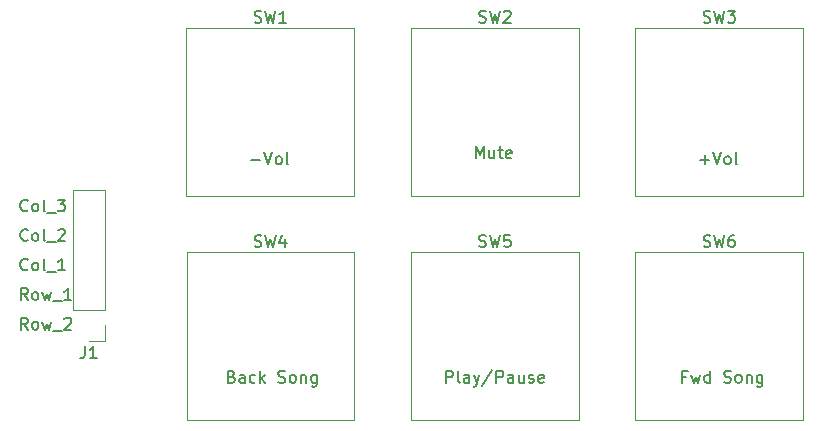
<source format=gbr>
%TF.GenerationSoftware,KiCad,Pcbnew,8.0.0*%
%TF.CreationDate,2024-03-12T01:41:40-04:00*%
%TF.ProjectId,mediaKeeb_V1,6d656469-614b-4656-9562-5f56312e6b69,rev?*%
%TF.SameCoordinates,Original*%
%TF.FileFunction,Legend,Top*%
%TF.FilePolarity,Positive*%
%FSLAX46Y46*%
G04 Gerber Fmt 4.6, Leading zero omitted, Abs format (unit mm)*
G04 Created by KiCad (PCBNEW 8.0.0) date 2024-03-12 01:41:40*
%MOMM*%
%LPD*%
G01*
G04 APERTURE LIST*
%ADD10C,0.150000*%
%ADD11C,0.120000*%
G04 APERTURE END LIST*
D10*
X134336779Y-85369819D02*
X134336779Y-84369819D01*
X134336779Y-84369819D02*
X134717731Y-84369819D01*
X134717731Y-84369819D02*
X134812969Y-84417438D01*
X134812969Y-84417438D02*
X134860588Y-84465057D01*
X134860588Y-84465057D02*
X134908207Y-84560295D01*
X134908207Y-84560295D02*
X134908207Y-84703152D01*
X134908207Y-84703152D02*
X134860588Y-84798390D01*
X134860588Y-84798390D02*
X134812969Y-84846009D01*
X134812969Y-84846009D02*
X134717731Y-84893628D01*
X134717731Y-84893628D02*
X134336779Y-84893628D01*
X135479636Y-85369819D02*
X135384398Y-85322200D01*
X135384398Y-85322200D02*
X135336779Y-85226961D01*
X135336779Y-85226961D02*
X135336779Y-84369819D01*
X136289160Y-85369819D02*
X136289160Y-84846009D01*
X136289160Y-84846009D02*
X136241541Y-84750771D01*
X136241541Y-84750771D02*
X136146303Y-84703152D01*
X136146303Y-84703152D02*
X135955827Y-84703152D01*
X135955827Y-84703152D02*
X135860589Y-84750771D01*
X136289160Y-85322200D02*
X136193922Y-85369819D01*
X136193922Y-85369819D02*
X135955827Y-85369819D01*
X135955827Y-85369819D02*
X135860589Y-85322200D01*
X135860589Y-85322200D02*
X135812970Y-85226961D01*
X135812970Y-85226961D02*
X135812970Y-85131723D01*
X135812970Y-85131723D02*
X135860589Y-85036485D01*
X135860589Y-85036485D02*
X135955827Y-84988866D01*
X135955827Y-84988866D02*
X136193922Y-84988866D01*
X136193922Y-84988866D02*
X136289160Y-84941247D01*
X136670113Y-84703152D02*
X136908208Y-85369819D01*
X137146303Y-84703152D02*
X136908208Y-85369819D01*
X136908208Y-85369819D02*
X136812970Y-85607914D01*
X136812970Y-85607914D02*
X136765351Y-85655533D01*
X136765351Y-85655533D02*
X136670113Y-85703152D01*
X138241541Y-84322200D02*
X137384399Y-85607914D01*
X138574875Y-85369819D02*
X138574875Y-84369819D01*
X138574875Y-84369819D02*
X138955827Y-84369819D01*
X138955827Y-84369819D02*
X139051065Y-84417438D01*
X139051065Y-84417438D02*
X139098684Y-84465057D01*
X139098684Y-84465057D02*
X139146303Y-84560295D01*
X139146303Y-84560295D02*
X139146303Y-84703152D01*
X139146303Y-84703152D02*
X139098684Y-84798390D01*
X139098684Y-84798390D02*
X139051065Y-84846009D01*
X139051065Y-84846009D02*
X138955827Y-84893628D01*
X138955827Y-84893628D02*
X138574875Y-84893628D01*
X140003446Y-85369819D02*
X140003446Y-84846009D01*
X140003446Y-84846009D02*
X139955827Y-84750771D01*
X139955827Y-84750771D02*
X139860589Y-84703152D01*
X139860589Y-84703152D02*
X139670113Y-84703152D01*
X139670113Y-84703152D02*
X139574875Y-84750771D01*
X140003446Y-85322200D02*
X139908208Y-85369819D01*
X139908208Y-85369819D02*
X139670113Y-85369819D01*
X139670113Y-85369819D02*
X139574875Y-85322200D01*
X139574875Y-85322200D02*
X139527256Y-85226961D01*
X139527256Y-85226961D02*
X139527256Y-85131723D01*
X139527256Y-85131723D02*
X139574875Y-85036485D01*
X139574875Y-85036485D02*
X139670113Y-84988866D01*
X139670113Y-84988866D02*
X139908208Y-84988866D01*
X139908208Y-84988866D02*
X140003446Y-84941247D01*
X140908208Y-84703152D02*
X140908208Y-85369819D01*
X140479637Y-84703152D02*
X140479637Y-85226961D01*
X140479637Y-85226961D02*
X140527256Y-85322200D01*
X140527256Y-85322200D02*
X140622494Y-85369819D01*
X140622494Y-85369819D02*
X140765351Y-85369819D01*
X140765351Y-85369819D02*
X140860589Y-85322200D01*
X140860589Y-85322200D02*
X140908208Y-85274580D01*
X141336780Y-85322200D02*
X141432018Y-85369819D01*
X141432018Y-85369819D02*
X141622494Y-85369819D01*
X141622494Y-85369819D02*
X141717732Y-85322200D01*
X141717732Y-85322200D02*
X141765351Y-85226961D01*
X141765351Y-85226961D02*
X141765351Y-85179342D01*
X141765351Y-85179342D02*
X141717732Y-85084104D01*
X141717732Y-85084104D02*
X141622494Y-85036485D01*
X141622494Y-85036485D02*
X141479637Y-85036485D01*
X141479637Y-85036485D02*
X141384399Y-84988866D01*
X141384399Y-84988866D02*
X141336780Y-84893628D01*
X141336780Y-84893628D02*
X141336780Y-84846009D01*
X141336780Y-84846009D02*
X141384399Y-84750771D01*
X141384399Y-84750771D02*
X141479637Y-84703152D01*
X141479637Y-84703152D02*
X141622494Y-84703152D01*
X141622494Y-84703152D02*
X141717732Y-84750771D01*
X142574875Y-85322200D02*
X142479637Y-85369819D01*
X142479637Y-85369819D02*
X142289161Y-85369819D01*
X142289161Y-85369819D02*
X142193923Y-85322200D01*
X142193923Y-85322200D02*
X142146304Y-85226961D01*
X142146304Y-85226961D02*
X142146304Y-84846009D01*
X142146304Y-84846009D02*
X142193923Y-84750771D01*
X142193923Y-84750771D02*
X142289161Y-84703152D01*
X142289161Y-84703152D02*
X142479637Y-84703152D01*
X142479637Y-84703152D02*
X142574875Y-84750771D01*
X142574875Y-84750771D02*
X142622494Y-84846009D01*
X142622494Y-84846009D02*
X142622494Y-84941247D01*
X142622494Y-84941247D02*
X142146304Y-85036485D01*
X154670112Y-84846009D02*
X154336779Y-84846009D01*
X154336779Y-85369819D02*
X154336779Y-84369819D01*
X154336779Y-84369819D02*
X154812969Y-84369819D01*
X155098684Y-84703152D02*
X155289160Y-85369819D01*
X155289160Y-85369819D02*
X155479636Y-84893628D01*
X155479636Y-84893628D02*
X155670112Y-85369819D01*
X155670112Y-85369819D02*
X155860588Y-84703152D01*
X156670112Y-85369819D02*
X156670112Y-84369819D01*
X156670112Y-85322200D02*
X156574874Y-85369819D01*
X156574874Y-85369819D02*
X156384398Y-85369819D01*
X156384398Y-85369819D02*
X156289160Y-85322200D01*
X156289160Y-85322200D02*
X156241541Y-85274580D01*
X156241541Y-85274580D02*
X156193922Y-85179342D01*
X156193922Y-85179342D02*
X156193922Y-84893628D01*
X156193922Y-84893628D02*
X156241541Y-84798390D01*
X156241541Y-84798390D02*
X156289160Y-84750771D01*
X156289160Y-84750771D02*
X156384398Y-84703152D01*
X156384398Y-84703152D02*
X156574874Y-84703152D01*
X156574874Y-84703152D02*
X156670112Y-84750771D01*
X157860589Y-85322200D02*
X158003446Y-85369819D01*
X158003446Y-85369819D02*
X158241541Y-85369819D01*
X158241541Y-85369819D02*
X158336779Y-85322200D01*
X158336779Y-85322200D02*
X158384398Y-85274580D01*
X158384398Y-85274580D02*
X158432017Y-85179342D01*
X158432017Y-85179342D02*
X158432017Y-85084104D01*
X158432017Y-85084104D02*
X158384398Y-84988866D01*
X158384398Y-84988866D02*
X158336779Y-84941247D01*
X158336779Y-84941247D02*
X158241541Y-84893628D01*
X158241541Y-84893628D02*
X158051065Y-84846009D01*
X158051065Y-84846009D02*
X157955827Y-84798390D01*
X157955827Y-84798390D02*
X157908208Y-84750771D01*
X157908208Y-84750771D02*
X157860589Y-84655533D01*
X157860589Y-84655533D02*
X157860589Y-84560295D01*
X157860589Y-84560295D02*
X157908208Y-84465057D01*
X157908208Y-84465057D02*
X157955827Y-84417438D01*
X157955827Y-84417438D02*
X158051065Y-84369819D01*
X158051065Y-84369819D02*
X158289160Y-84369819D01*
X158289160Y-84369819D02*
X158432017Y-84417438D01*
X159003446Y-85369819D02*
X158908208Y-85322200D01*
X158908208Y-85322200D02*
X158860589Y-85274580D01*
X158860589Y-85274580D02*
X158812970Y-85179342D01*
X158812970Y-85179342D02*
X158812970Y-84893628D01*
X158812970Y-84893628D02*
X158860589Y-84798390D01*
X158860589Y-84798390D02*
X158908208Y-84750771D01*
X158908208Y-84750771D02*
X159003446Y-84703152D01*
X159003446Y-84703152D02*
X159146303Y-84703152D01*
X159146303Y-84703152D02*
X159241541Y-84750771D01*
X159241541Y-84750771D02*
X159289160Y-84798390D01*
X159289160Y-84798390D02*
X159336779Y-84893628D01*
X159336779Y-84893628D02*
X159336779Y-85179342D01*
X159336779Y-85179342D02*
X159289160Y-85274580D01*
X159289160Y-85274580D02*
X159241541Y-85322200D01*
X159241541Y-85322200D02*
X159146303Y-85369819D01*
X159146303Y-85369819D02*
X159003446Y-85369819D01*
X159765351Y-84703152D02*
X159765351Y-85369819D01*
X159765351Y-84798390D02*
X159812970Y-84750771D01*
X159812970Y-84750771D02*
X159908208Y-84703152D01*
X159908208Y-84703152D02*
X160051065Y-84703152D01*
X160051065Y-84703152D02*
X160146303Y-84750771D01*
X160146303Y-84750771D02*
X160193922Y-84846009D01*
X160193922Y-84846009D02*
X160193922Y-85369819D01*
X161098684Y-84703152D02*
X161098684Y-85512676D01*
X161098684Y-85512676D02*
X161051065Y-85607914D01*
X161051065Y-85607914D02*
X161003446Y-85655533D01*
X161003446Y-85655533D02*
X160908208Y-85703152D01*
X160908208Y-85703152D02*
X160765351Y-85703152D01*
X160765351Y-85703152D02*
X160670113Y-85655533D01*
X161098684Y-85322200D02*
X161003446Y-85369819D01*
X161003446Y-85369819D02*
X160812970Y-85369819D01*
X160812970Y-85369819D02*
X160717732Y-85322200D01*
X160717732Y-85322200D02*
X160670113Y-85274580D01*
X160670113Y-85274580D02*
X160622494Y-85179342D01*
X160622494Y-85179342D02*
X160622494Y-84893628D01*
X160622494Y-84893628D02*
X160670113Y-84798390D01*
X160670113Y-84798390D02*
X160717732Y-84750771D01*
X160717732Y-84750771D02*
X160812970Y-84703152D01*
X160812970Y-84703152D02*
X161003446Y-84703152D01*
X161003446Y-84703152D02*
X161098684Y-84750771D01*
X116170112Y-84846009D02*
X116312969Y-84893628D01*
X116312969Y-84893628D02*
X116360588Y-84941247D01*
X116360588Y-84941247D02*
X116408207Y-85036485D01*
X116408207Y-85036485D02*
X116408207Y-85179342D01*
X116408207Y-85179342D02*
X116360588Y-85274580D01*
X116360588Y-85274580D02*
X116312969Y-85322200D01*
X116312969Y-85322200D02*
X116217731Y-85369819D01*
X116217731Y-85369819D02*
X115836779Y-85369819D01*
X115836779Y-85369819D02*
X115836779Y-84369819D01*
X115836779Y-84369819D02*
X116170112Y-84369819D01*
X116170112Y-84369819D02*
X116265350Y-84417438D01*
X116265350Y-84417438D02*
X116312969Y-84465057D01*
X116312969Y-84465057D02*
X116360588Y-84560295D01*
X116360588Y-84560295D02*
X116360588Y-84655533D01*
X116360588Y-84655533D02*
X116312969Y-84750771D01*
X116312969Y-84750771D02*
X116265350Y-84798390D01*
X116265350Y-84798390D02*
X116170112Y-84846009D01*
X116170112Y-84846009D02*
X115836779Y-84846009D01*
X117265350Y-85369819D02*
X117265350Y-84846009D01*
X117265350Y-84846009D02*
X117217731Y-84750771D01*
X117217731Y-84750771D02*
X117122493Y-84703152D01*
X117122493Y-84703152D02*
X116932017Y-84703152D01*
X116932017Y-84703152D02*
X116836779Y-84750771D01*
X117265350Y-85322200D02*
X117170112Y-85369819D01*
X117170112Y-85369819D02*
X116932017Y-85369819D01*
X116932017Y-85369819D02*
X116836779Y-85322200D01*
X116836779Y-85322200D02*
X116789160Y-85226961D01*
X116789160Y-85226961D02*
X116789160Y-85131723D01*
X116789160Y-85131723D02*
X116836779Y-85036485D01*
X116836779Y-85036485D02*
X116932017Y-84988866D01*
X116932017Y-84988866D02*
X117170112Y-84988866D01*
X117170112Y-84988866D02*
X117265350Y-84941247D01*
X118170112Y-85322200D02*
X118074874Y-85369819D01*
X118074874Y-85369819D02*
X117884398Y-85369819D01*
X117884398Y-85369819D02*
X117789160Y-85322200D01*
X117789160Y-85322200D02*
X117741541Y-85274580D01*
X117741541Y-85274580D02*
X117693922Y-85179342D01*
X117693922Y-85179342D02*
X117693922Y-84893628D01*
X117693922Y-84893628D02*
X117741541Y-84798390D01*
X117741541Y-84798390D02*
X117789160Y-84750771D01*
X117789160Y-84750771D02*
X117884398Y-84703152D01*
X117884398Y-84703152D02*
X118074874Y-84703152D01*
X118074874Y-84703152D02*
X118170112Y-84750771D01*
X118598684Y-85369819D02*
X118598684Y-84369819D01*
X118693922Y-84988866D02*
X118979636Y-85369819D01*
X118979636Y-84703152D02*
X118598684Y-85084104D01*
X120122494Y-85322200D02*
X120265351Y-85369819D01*
X120265351Y-85369819D02*
X120503446Y-85369819D01*
X120503446Y-85369819D02*
X120598684Y-85322200D01*
X120598684Y-85322200D02*
X120646303Y-85274580D01*
X120646303Y-85274580D02*
X120693922Y-85179342D01*
X120693922Y-85179342D02*
X120693922Y-85084104D01*
X120693922Y-85084104D02*
X120646303Y-84988866D01*
X120646303Y-84988866D02*
X120598684Y-84941247D01*
X120598684Y-84941247D02*
X120503446Y-84893628D01*
X120503446Y-84893628D02*
X120312970Y-84846009D01*
X120312970Y-84846009D02*
X120217732Y-84798390D01*
X120217732Y-84798390D02*
X120170113Y-84750771D01*
X120170113Y-84750771D02*
X120122494Y-84655533D01*
X120122494Y-84655533D02*
X120122494Y-84560295D01*
X120122494Y-84560295D02*
X120170113Y-84465057D01*
X120170113Y-84465057D02*
X120217732Y-84417438D01*
X120217732Y-84417438D02*
X120312970Y-84369819D01*
X120312970Y-84369819D02*
X120551065Y-84369819D01*
X120551065Y-84369819D02*
X120693922Y-84417438D01*
X121265351Y-85369819D02*
X121170113Y-85322200D01*
X121170113Y-85322200D02*
X121122494Y-85274580D01*
X121122494Y-85274580D02*
X121074875Y-85179342D01*
X121074875Y-85179342D02*
X121074875Y-84893628D01*
X121074875Y-84893628D02*
X121122494Y-84798390D01*
X121122494Y-84798390D02*
X121170113Y-84750771D01*
X121170113Y-84750771D02*
X121265351Y-84703152D01*
X121265351Y-84703152D02*
X121408208Y-84703152D01*
X121408208Y-84703152D02*
X121503446Y-84750771D01*
X121503446Y-84750771D02*
X121551065Y-84798390D01*
X121551065Y-84798390D02*
X121598684Y-84893628D01*
X121598684Y-84893628D02*
X121598684Y-85179342D01*
X121598684Y-85179342D02*
X121551065Y-85274580D01*
X121551065Y-85274580D02*
X121503446Y-85322200D01*
X121503446Y-85322200D02*
X121408208Y-85369819D01*
X121408208Y-85369819D02*
X121265351Y-85369819D01*
X122027256Y-84703152D02*
X122027256Y-85369819D01*
X122027256Y-84798390D02*
X122074875Y-84750771D01*
X122074875Y-84750771D02*
X122170113Y-84703152D01*
X122170113Y-84703152D02*
X122312970Y-84703152D01*
X122312970Y-84703152D02*
X122408208Y-84750771D01*
X122408208Y-84750771D02*
X122455827Y-84846009D01*
X122455827Y-84846009D02*
X122455827Y-85369819D01*
X123360589Y-84703152D02*
X123360589Y-85512676D01*
X123360589Y-85512676D02*
X123312970Y-85607914D01*
X123312970Y-85607914D02*
X123265351Y-85655533D01*
X123265351Y-85655533D02*
X123170113Y-85703152D01*
X123170113Y-85703152D02*
X123027256Y-85703152D01*
X123027256Y-85703152D02*
X122932018Y-85655533D01*
X123360589Y-85322200D02*
X123265351Y-85369819D01*
X123265351Y-85369819D02*
X123074875Y-85369819D01*
X123074875Y-85369819D02*
X122979637Y-85322200D01*
X122979637Y-85322200D02*
X122932018Y-85274580D01*
X122932018Y-85274580D02*
X122884399Y-85179342D01*
X122884399Y-85179342D02*
X122884399Y-84893628D01*
X122884399Y-84893628D02*
X122932018Y-84798390D01*
X122932018Y-84798390D02*
X122979637Y-84750771D01*
X122979637Y-84750771D02*
X123074875Y-84703152D01*
X123074875Y-84703152D02*
X123265351Y-84703152D01*
X123265351Y-84703152D02*
X123360589Y-84750771D01*
X136836779Y-66369819D02*
X136836779Y-65369819D01*
X136836779Y-65369819D02*
X137170112Y-66084104D01*
X137170112Y-66084104D02*
X137503445Y-65369819D01*
X137503445Y-65369819D02*
X137503445Y-66369819D01*
X138408207Y-65703152D02*
X138408207Y-66369819D01*
X137979636Y-65703152D02*
X137979636Y-66226961D01*
X137979636Y-66226961D02*
X138027255Y-66322200D01*
X138027255Y-66322200D02*
X138122493Y-66369819D01*
X138122493Y-66369819D02*
X138265350Y-66369819D01*
X138265350Y-66369819D02*
X138360588Y-66322200D01*
X138360588Y-66322200D02*
X138408207Y-66274580D01*
X138741541Y-65703152D02*
X139122493Y-65703152D01*
X138884398Y-65369819D02*
X138884398Y-66226961D01*
X138884398Y-66226961D02*
X138932017Y-66322200D01*
X138932017Y-66322200D02*
X139027255Y-66369819D01*
X139027255Y-66369819D02*
X139122493Y-66369819D01*
X139836779Y-66322200D02*
X139741541Y-66369819D01*
X139741541Y-66369819D02*
X139551065Y-66369819D01*
X139551065Y-66369819D02*
X139455827Y-66322200D01*
X139455827Y-66322200D02*
X139408208Y-66226961D01*
X139408208Y-66226961D02*
X139408208Y-65846009D01*
X139408208Y-65846009D02*
X139455827Y-65750771D01*
X139455827Y-65750771D02*
X139551065Y-65703152D01*
X139551065Y-65703152D02*
X139741541Y-65703152D01*
X139741541Y-65703152D02*
X139836779Y-65750771D01*
X139836779Y-65750771D02*
X139884398Y-65846009D01*
X139884398Y-65846009D02*
X139884398Y-65941247D01*
X139884398Y-65941247D02*
X139408208Y-66036485D01*
X155836779Y-66488866D02*
X156598684Y-66488866D01*
X156217731Y-66869819D02*
X156217731Y-66107914D01*
X156932017Y-65869819D02*
X157265350Y-66869819D01*
X157265350Y-66869819D02*
X157598683Y-65869819D01*
X158074874Y-66869819D02*
X157979636Y-66822200D01*
X157979636Y-66822200D02*
X157932017Y-66774580D01*
X157932017Y-66774580D02*
X157884398Y-66679342D01*
X157884398Y-66679342D02*
X157884398Y-66393628D01*
X157884398Y-66393628D02*
X157932017Y-66298390D01*
X157932017Y-66298390D02*
X157979636Y-66250771D01*
X157979636Y-66250771D02*
X158074874Y-66203152D01*
X158074874Y-66203152D02*
X158217731Y-66203152D01*
X158217731Y-66203152D02*
X158312969Y-66250771D01*
X158312969Y-66250771D02*
X158360588Y-66298390D01*
X158360588Y-66298390D02*
X158408207Y-66393628D01*
X158408207Y-66393628D02*
X158408207Y-66679342D01*
X158408207Y-66679342D02*
X158360588Y-66774580D01*
X158360588Y-66774580D02*
X158312969Y-66822200D01*
X158312969Y-66822200D02*
X158217731Y-66869819D01*
X158217731Y-66869819D02*
X158074874Y-66869819D01*
X158979636Y-66869819D02*
X158884398Y-66822200D01*
X158884398Y-66822200D02*
X158836779Y-66726961D01*
X158836779Y-66726961D02*
X158836779Y-65869819D01*
X117836779Y-66488866D02*
X118598684Y-66488866D01*
X118932017Y-65869819D02*
X119265350Y-66869819D01*
X119265350Y-66869819D02*
X119598683Y-65869819D01*
X120074874Y-66869819D02*
X119979636Y-66822200D01*
X119979636Y-66822200D02*
X119932017Y-66774580D01*
X119932017Y-66774580D02*
X119884398Y-66679342D01*
X119884398Y-66679342D02*
X119884398Y-66393628D01*
X119884398Y-66393628D02*
X119932017Y-66298390D01*
X119932017Y-66298390D02*
X119979636Y-66250771D01*
X119979636Y-66250771D02*
X120074874Y-66203152D01*
X120074874Y-66203152D02*
X120217731Y-66203152D01*
X120217731Y-66203152D02*
X120312969Y-66250771D01*
X120312969Y-66250771D02*
X120360588Y-66298390D01*
X120360588Y-66298390D02*
X120408207Y-66393628D01*
X120408207Y-66393628D02*
X120408207Y-66679342D01*
X120408207Y-66679342D02*
X120360588Y-66774580D01*
X120360588Y-66774580D02*
X120312969Y-66822200D01*
X120312969Y-66822200D02*
X120217731Y-66869819D01*
X120217731Y-66869819D02*
X120074874Y-66869819D01*
X120979636Y-66869819D02*
X120884398Y-66822200D01*
X120884398Y-66822200D02*
X120836779Y-66726961D01*
X120836779Y-66726961D02*
X120836779Y-65869819D01*
X98908207Y-80869819D02*
X98574874Y-80393628D01*
X98336779Y-80869819D02*
X98336779Y-79869819D01*
X98336779Y-79869819D02*
X98717731Y-79869819D01*
X98717731Y-79869819D02*
X98812969Y-79917438D01*
X98812969Y-79917438D02*
X98860588Y-79965057D01*
X98860588Y-79965057D02*
X98908207Y-80060295D01*
X98908207Y-80060295D02*
X98908207Y-80203152D01*
X98908207Y-80203152D02*
X98860588Y-80298390D01*
X98860588Y-80298390D02*
X98812969Y-80346009D01*
X98812969Y-80346009D02*
X98717731Y-80393628D01*
X98717731Y-80393628D02*
X98336779Y-80393628D01*
X99479636Y-80869819D02*
X99384398Y-80822200D01*
X99384398Y-80822200D02*
X99336779Y-80774580D01*
X99336779Y-80774580D02*
X99289160Y-80679342D01*
X99289160Y-80679342D02*
X99289160Y-80393628D01*
X99289160Y-80393628D02*
X99336779Y-80298390D01*
X99336779Y-80298390D02*
X99384398Y-80250771D01*
X99384398Y-80250771D02*
X99479636Y-80203152D01*
X99479636Y-80203152D02*
X99622493Y-80203152D01*
X99622493Y-80203152D02*
X99717731Y-80250771D01*
X99717731Y-80250771D02*
X99765350Y-80298390D01*
X99765350Y-80298390D02*
X99812969Y-80393628D01*
X99812969Y-80393628D02*
X99812969Y-80679342D01*
X99812969Y-80679342D02*
X99765350Y-80774580D01*
X99765350Y-80774580D02*
X99717731Y-80822200D01*
X99717731Y-80822200D02*
X99622493Y-80869819D01*
X99622493Y-80869819D02*
X99479636Y-80869819D01*
X100146303Y-80203152D02*
X100336779Y-80869819D01*
X100336779Y-80869819D02*
X100527255Y-80393628D01*
X100527255Y-80393628D02*
X100717731Y-80869819D01*
X100717731Y-80869819D02*
X100908207Y-80203152D01*
X101051065Y-80965057D02*
X101812969Y-80965057D01*
X102003446Y-79965057D02*
X102051065Y-79917438D01*
X102051065Y-79917438D02*
X102146303Y-79869819D01*
X102146303Y-79869819D02*
X102384398Y-79869819D01*
X102384398Y-79869819D02*
X102479636Y-79917438D01*
X102479636Y-79917438D02*
X102527255Y-79965057D01*
X102527255Y-79965057D02*
X102574874Y-80060295D01*
X102574874Y-80060295D02*
X102574874Y-80155533D01*
X102574874Y-80155533D02*
X102527255Y-80298390D01*
X102527255Y-80298390D02*
X101955827Y-80869819D01*
X101955827Y-80869819D02*
X102574874Y-80869819D01*
X98908207Y-78369819D02*
X98574874Y-77893628D01*
X98336779Y-78369819D02*
X98336779Y-77369819D01*
X98336779Y-77369819D02*
X98717731Y-77369819D01*
X98717731Y-77369819D02*
X98812969Y-77417438D01*
X98812969Y-77417438D02*
X98860588Y-77465057D01*
X98860588Y-77465057D02*
X98908207Y-77560295D01*
X98908207Y-77560295D02*
X98908207Y-77703152D01*
X98908207Y-77703152D02*
X98860588Y-77798390D01*
X98860588Y-77798390D02*
X98812969Y-77846009D01*
X98812969Y-77846009D02*
X98717731Y-77893628D01*
X98717731Y-77893628D02*
X98336779Y-77893628D01*
X99479636Y-78369819D02*
X99384398Y-78322200D01*
X99384398Y-78322200D02*
X99336779Y-78274580D01*
X99336779Y-78274580D02*
X99289160Y-78179342D01*
X99289160Y-78179342D02*
X99289160Y-77893628D01*
X99289160Y-77893628D02*
X99336779Y-77798390D01*
X99336779Y-77798390D02*
X99384398Y-77750771D01*
X99384398Y-77750771D02*
X99479636Y-77703152D01*
X99479636Y-77703152D02*
X99622493Y-77703152D01*
X99622493Y-77703152D02*
X99717731Y-77750771D01*
X99717731Y-77750771D02*
X99765350Y-77798390D01*
X99765350Y-77798390D02*
X99812969Y-77893628D01*
X99812969Y-77893628D02*
X99812969Y-78179342D01*
X99812969Y-78179342D02*
X99765350Y-78274580D01*
X99765350Y-78274580D02*
X99717731Y-78322200D01*
X99717731Y-78322200D02*
X99622493Y-78369819D01*
X99622493Y-78369819D02*
X99479636Y-78369819D01*
X100146303Y-77703152D02*
X100336779Y-78369819D01*
X100336779Y-78369819D02*
X100527255Y-77893628D01*
X100527255Y-77893628D02*
X100717731Y-78369819D01*
X100717731Y-78369819D02*
X100908207Y-77703152D01*
X101051065Y-78465057D02*
X101812969Y-78465057D01*
X102574874Y-78369819D02*
X102003446Y-78369819D01*
X102289160Y-78369819D02*
X102289160Y-77369819D01*
X102289160Y-77369819D02*
X102193922Y-77512676D01*
X102193922Y-77512676D02*
X102098684Y-77607914D01*
X102098684Y-77607914D02*
X102003446Y-77655533D01*
X98908207Y-75774580D02*
X98860588Y-75822200D01*
X98860588Y-75822200D02*
X98717731Y-75869819D01*
X98717731Y-75869819D02*
X98622493Y-75869819D01*
X98622493Y-75869819D02*
X98479636Y-75822200D01*
X98479636Y-75822200D02*
X98384398Y-75726961D01*
X98384398Y-75726961D02*
X98336779Y-75631723D01*
X98336779Y-75631723D02*
X98289160Y-75441247D01*
X98289160Y-75441247D02*
X98289160Y-75298390D01*
X98289160Y-75298390D02*
X98336779Y-75107914D01*
X98336779Y-75107914D02*
X98384398Y-75012676D01*
X98384398Y-75012676D02*
X98479636Y-74917438D01*
X98479636Y-74917438D02*
X98622493Y-74869819D01*
X98622493Y-74869819D02*
X98717731Y-74869819D01*
X98717731Y-74869819D02*
X98860588Y-74917438D01*
X98860588Y-74917438D02*
X98908207Y-74965057D01*
X99479636Y-75869819D02*
X99384398Y-75822200D01*
X99384398Y-75822200D02*
X99336779Y-75774580D01*
X99336779Y-75774580D02*
X99289160Y-75679342D01*
X99289160Y-75679342D02*
X99289160Y-75393628D01*
X99289160Y-75393628D02*
X99336779Y-75298390D01*
X99336779Y-75298390D02*
X99384398Y-75250771D01*
X99384398Y-75250771D02*
X99479636Y-75203152D01*
X99479636Y-75203152D02*
X99622493Y-75203152D01*
X99622493Y-75203152D02*
X99717731Y-75250771D01*
X99717731Y-75250771D02*
X99765350Y-75298390D01*
X99765350Y-75298390D02*
X99812969Y-75393628D01*
X99812969Y-75393628D02*
X99812969Y-75679342D01*
X99812969Y-75679342D02*
X99765350Y-75774580D01*
X99765350Y-75774580D02*
X99717731Y-75822200D01*
X99717731Y-75822200D02*
X99622493Y-75869819D01*
X99622493Y-75869819D02*
X99479636Y-75869819D01*
X100384398Y-75869819D02*
X100289160Y-75822200D01*
X100289160Y-75822200D02*
X100241541Y-75726961D01*
X100241541Y-75726961D02*
X100241541Y-74869819D01*
X100527256Y-75965057D02*
X101289160Y-75965057D01*
X102051065Y-75869819D02*
X101479637Y-75869819D01*
X101765351Y-75869819D02*
X101765351Y-74869819D01*
X101765351Y-74869819D02*
X101670113Y-75012676D01*
X101670113Y-75012676D02*
X101574875Y-75107914D01*
X101574875Y-75107914D02*
X101479637Y-75155533D01*
X98908207Y-73274580D02*
X98860588Y-73322200D01*
X98860588Y-73322200D02*
X98717731Y-73369819D01*
X98717731Y-73369819D02*
X98622493Y-73369819D01*
X98622493Y-73369819D02*
X98479636Y-73322200D01*
X98479636Y-73322200D02*
X98384398Y-73226961D01*
X98384398Y-73226961D02*
X98336779Y-73131723D01*
X98336779Y-73131723D02*
X98289160Y-72941247D01*
X98289160Y-72941247D02*
X98289160Y-72798390D01*
X98289160Y-72798390D02*
X98336779Y-72607914D01*
X98336779Y-72607914D02*
X98384398Y-72512676D01*
X98384398Y-72512676D02*
X98479636Y-72417438D01*
X98479636Y-72417438D02*
X98622493Y-72369819D01*
X98622493Y-72369819D02*
X98717731Y-72369819D01*
X98717731Y-72369819D02*
X98860588Y-72417438D01*
X98860588Y-72417438D02*
X98908207Y-72465057D01*
X99479636Y-73369819D02*
X99384398Y-73322200D01*
X99384398Y-73322200D02*
X99336779Y-73274580D01*
X99336779Y-73274580D02*
X99289160Y-73179342D01*
X99289160Y-73179342D02*
X99289160Y-72893628D01*
X99289160Y-72893628D02*
X99336779Y-72798390D01*
X99336779Y-72798390D02*
X99384398Y-72750771D01*
X99384398Y-72750771D02*
X99479636Y-72703152D01*
X99479636Y-72703152D02*
X99622493Y-72703152D01*
X99622493Y-72703152D02*
X99717731Y-72750771D01*
X99717731Y-72750771D02*
X99765350Y-72798390D01*
X99765350Y-72798390D02*
X99812969Y-72893628D01*
X99812969Y-72893628D02*
X99812969Y-73179342D01*
X99812969Y-73179342D02*
X99765350Y-73274580D01*
X99765350Y-73274580D02*
X99717731Y-73322200D01*
X99717731Y-73322200D02*
X99622493Y-73369819D01*
X99622493Y-73369819D02*
X99479636Y-73369819D01*
X100384398Y-73369819D02*
X100289160Y-73322200D01*
X100289160Y-73322200D02*
X100241541Y-73226961D01*
X100241541Y-73226961D02*
X100241541Y-72369819D01*
X100527256Y-73465057D02*
X101289160Y-73465057D01*
X101479637Y-72465057D02*
X101527256Y-72417438D01*
X101527256Y-72417438D02*
X101622494Y-72369819D01*
X101622494Y-72369819D02*
X101860589Y-72369819D01*
X101860589Y-72369819D02*
X101955827Y-72417438D01*
X101955827Y-72417438D02*
X102003446Y-72465057D01*
X102003446Y-72465057D02*
X102051065Y-72560295D01*
X102051065Y-72560295D02*
X102051065Y-72655533D01*
X102051065Y-72655533D02*
X102003446Y-72798390D01*
X102003446Y-72798390D02*
X101432018Y-73369819D01*
X101432018Y-73369819D02*
X102051065Y-73369819D01*
X98908207Y-70774580D02*
X98860588Y-70822200D01*
X98860588Y-70822200D02*
X98717731Y-70869819D01*
X98717731Y-70869819D02*
X98622493Y-70869819D01*
X98622493Y-70869819D02*
X98479636Y-70822200D01*
X98479636Y-70822200D02*
X98384398Y-70726961D01*
X98384398Y-70726961D02*
X98336779Y-70631723D01*
X98336779Y-70631723D02*
X98289160Y-70441247D01*
X98289160Y-70441247D02*
X98289160Y-70298390D01*
X98289160Y-70298390D02*
X98336779Y-70107914D01*
X98336779Y-70107914D02*
X98384398Y-70012676D01*
X98384398Y-70012676D02*
X98479636Y-69917438D01*
X98479636Y-69917438D02*
X98622493Y-69869819D01*
X98622493Y-69869819D02*
X98717731Y-69869819D01*
X98717731Y-69869819D02*
X98860588Y-69917438D01*
X98860588Y-69917438D02*
X98908207Y-69965057D01*
X99479636Y-70869819D02*
X99384398Y-70822200D01*
X99384398Y-70822200D02*
X99336779Y-70774580D01*
X99336779Y-70774580D02*
X99289160Y-70679342D01*
X99289160Y-70679342D02*
X99289160Y-70393628D01*
X99289160Y-70393628D02*
X99336779Y-70298390D01*
X99336779Y-70298390D02*
X99384398Y-70250771D01*
X99384398Y-70250771D02*
X99479636Y-70203152D01*
X99479636Y-70203152D02*
X99622493Y-70203152D01*
X99622493Y-70203152D02*
X99717731Y-70250771D01*
X99717731Y-70250771D02*
X99765350Y-70298390D01*
X99765350Y-70298390D02*
X99812969Y-70393628D01*
X99812969Y-70393628D02*
X99812969Y-70679342D01*
X99812969Y-70679342D02*
X99765350Y-70774580D01*
X99765350Y-70774580D02*
X99717731Y-70822200D01*
X99717731Y-70822200D02*
X99622493Y-70869819D01*
X99622493Y-70869819D02*
X99479636Y-70869819D01*
X100384398Y-70869819D02*
X100289160Y-70822200D01*
X100289160Y-70822200D02*
X100241541Y-70726961D01*
X100241541Y-70726961D02*
X100241541Y-69869819D01*
X100527256Y-70965057D02*
X101289160Y-70965057D01*
X101432018Y-69869819D02*
X102051065Y-69869819D01*
X102051065Y-69869819D02*
X101717732Y-70250771D01*
X101717732Y-70250771D02*
X101860589Y-70250771D01*
X101860589Y-70250771D02*
X101955827Y-70298390D01*
X101955827Y-70298390D02*
X102003446Y-70346009D01*
X102003446Y-70346009D02*
X102051065Y-70441247D01*
X102051065Y-70441247D02*
X102051065Y-70679342D01*
X102051065Y-70679342D02*
X102003446Y-70774580D01*
X102003446Y-70774580D02*
X101955827Y-70822200D01*
X101955827Y-70822200D02*
X101860589Y-70869819D01*
X101860589Y-70869819D02*
X101574875Y-70869819D01*
X101574875Y-70869819D02*
X101479637Y-70822200D01*
X101479637Y-70822200D02*
X101432018Y-70774580D01*
X156117917Y-73837200D02*
X156260774Y-73884819D01*
X156260774Y-73884819D02*
X156498869Y-73884819D01*
X156498869Y-73884819D02*
X156594107Y-73837200D01*
X156594107Y-73837200D02*
X156641726Y-73789580D01*
X156641726Y-73789580D02*
X156689345Y-73694342D01*
X156689345Y-73694342D02*
X156689345Y-73599104D01*
X156689345Y-73599104D02*
X156641726Y-73503866D01*
X156641726Y-73503866D02*
X156594107Y-73456247D01*
X156594107Y-73456247D02*
X156498869Y-73408628D01*
X156498869Y-73408628D02*
X156308393Y-73361009D01*
X156308393Y-73361009D02*
X156213155Y-73313390D01*
X156213155Y-73313390D02*
X156165536Y-73265771D01*
X156165536Y-73265771D02*
X156117917Y-73170533D01*
X156117917Y-73170533D02*
X156117917Y-73075295D01*
X156117917Y-73075295D02*
X156165536Y-72980057D01*
X156165536Y-72980057D02*
X156213155Y-72932438D01*
X156213155Y-72932438D02*
X156308393Y-72884819D01*
X156308393Y-72884819D02*
X156546488Y-72884819D01*
X156546488Y-72884819D02*
X156689345Y-72932438D01*
X157022679Y-72884819D02*
X157260774Y-73884819D01*
X157260774Y-73884819D02*
X157451250Y-73170533D01*
X157451250Y-73170533D02*
X157641726Y-73884819D01*
X157641726Y-73884819D02*
X157879822Y-72884819D01*
X158689345Y-72884819D02*
X158498869Y-72884819D01*
X158498869Y-72884819D02*
X158403631Y-72932438D01*
X158403631Y-72932438D02*
X158356012Y-72980057D01*
X158356012Y-72980057D02*
X158260774Y-73122914D01*
X158260774Y-73122914D02*
X158213155Y-73313390D01*
X158213155Y-73313390D02*
X158213155Y-73694342D01*
X158213155Y-73694342D02*
X158260774Y-73789580D01*
X158260774Y-73789580D02*
X158308393Y-73837200D01*
X158308393Y-73837200D02*
X158403631Y-73884819D01*
X158403631Y-73884819D02*
X158594107Y-73884819D01*
X158594107Y-73884819D02*
X158689345Y-73837200D01*
X158689345Y-73837200D02*
X158736964Y-73789580D01*
X158736964Y-73789580D02*
X158784583Y-73694342D01*
X158784583Y-73694342D02*
X158784583Y-73456247D01*
X158784583Y-73456247D02*
X158736964Y-73361009D01*
X158736964Y-73361009D02*
X158689345Y-73313390D01*
X158689345Y-73313390D02*
X158594107Y-73265771D01*
X158594107Y-73265771D02*
X158403631Y-73265771D01*
X158403631Y-73265771D02*
X158308393Y-73313390D01*
X158308393Y-73313390D02*
X158260774Y-73361009D01*
X158260774Y-73361009D02*
X158213155Y-73456247D01*
X137117917Y-73837200D02*
X137260774Y-73884819D01*
X137260774Y-73884819D02*
X137498869Y-73884819D01*
X137498869Y-73884819D02*
X137594107Y-73837200D01*
X137594107Y-73837200D02*
X137641726Y-73789580D01*
X137641726Y-73789580D02*
X137689345Y-73694342D01*
X137689345Y-73694342D02*
X137689345Y-73599104D01*
X137689345Y-73599104D02*
X137641726Y-73503866D01*
X137641726Y-73503866D02*
X137594107Y-73456247D01*
X137594107Y-73456247D02*
X137498869Y-73408628D01*
X137498869Y-73408628D02*
X137308393Y-73361009D01*
X137308393Y-73361009D02*
X137213155Y-73313390D01*
X137213155Y-73313390D02*
X137165536Y-73265771D01*
X137165536Y-73265771D02*
X137117917Y-73170533D01*
X137117917Y-73170533D02*
X137117917Y-73075295D01*
X137117917Y-73075295D02*
X137165536Y-72980057D01*
X137165536Y-72980057D02*
X137213155Y-72932438D01*
X137213155Y-72932438D02*
X137308393Y-72884819D01*
X137308393Y-72884819D02*
X137546488Y-72884819D01*
X137546488Y-72884819D02*
X137689345Y-72932438D01*
X138022679Y-72884819D02*
X138260774Y-73884819D01*
X138260774Y-73884819D02*
X138451250Y-73170533D01*
X138451250Y-73170533D02*
X138641726Y-73884819D01*
X138641726Y-73884819D02*
X138879822Y-72884819D01*
X139736964Y-72884819D02*
X139260774Y-72884819D01*
X139260774Y-72884819D02*
X139213155Y-73361009D01*
X139213155Y-73361009D02*
X139260774Y-73313390D01*
X139260774Y-73313390D02*
X139356012Y-73265771D01*
X139356012Y-73265771D02*
X139594107Y-73265771D01*
X139594107Y-73265771D02*
X139689345Y-73313390D01*
X139689345Y-73313390D02*
X139736964Y-73361009D01*
X139736964Y-73361009D02*
X139784583Y-73456247D01*
X139784583Y-73456247D02*
X139784583Y-73694342D01*
X139784583Y-73694342D02*
X139736964Y-73789580D01*
X139736964Y-73789580D02*
X139689345Y-73837200D01*
X139689345Y-73837200D02*
X139594107Y-73884819D01*
X139594107Y-73884819D02*
X139356012Y-73884819D01*
X139356012Y-73884819D02*
X139260774Y-73837200D01*
X139260774Y-73837200D02*
X139213155Y-73789580D01*
X118117917Y-73837200D02*
X118260774Y-73884819D01*
X118260774Y-73884819D02*
X118498869Y-73884819D01*
X118498869Y-73884819D02*
X118594107Y-73837200D01*
X118594107Y-73837200D02*
X118641726Y-73789580D01*
X118641726Y-73789580D02*
X118689345Y-73694342D01*
X118689345Y-73694342D02*
X118689345Y-73599104D01*
X118689345Y-73599104D02*
X118641726Y-73503866D01*
X118641726Y-73503866D02*
X118594107Y-73456247D01*
X118594107Y-73456247D02*
X118498869Y-73408628D01*
X118498869Y-73408628D02*
X118308393Y-73361009D01*
X118308393Y-73361009D02*
X118213155Y-73313390D01*
X118213155Y-73313390D02*
X118165536Y-73265771D01*
X118165536Y-73265771D02*
X118117917Y-73170533D01*
X118117917Y-73170533D02*
X118117917Y-73075295D01*
X118117917Y-73075295D02*
X118165536Y-72980057D01*
X118165536Y-72980057D02*
X118213155Y-72932438D01*
X118213155Y-72932438D02*
X118308393Y-72884819D01*
X118308393Y-72884819D02*
X118546488Y-72884819D01*
X118546488Y-72884819D02*
X118689345Y-72932438D01*
X119022679Y-72884819D02*
X119260774Y-73884819D01*
X119260774Y-73884819D02*
X119451250Y-73170533D01*
X119451250Y-73170533D02*
X119641726Y-73884819D01*
X119641726Y-73884819D02*
X119879822Y-72884819D01*
X120689345Y-73218152D02*
X120689345Y-73884819D01*
X120451250Y-72837200D02*
X120213155Y-73551485D01*
X120213155Y-73551485D02*
X120832202Y-73551485D01*
X156117917Y-54837200D02*
X156260774Y-54884819D01*
X156260774Y-54884819D02*
X156498869Y-54884819D01*
X156498869Y-54884819D02*
X156594107Y-54837200D01*
X156594107Y-54837200D02*
X156641726Y-54789580D01*
X156641726Y-54789580D02*
X156689345Y-54694342D01*
X156689345Y-54694342D02*
X156689345Y-54599104D01*
X156689345Y-54599104D02*
X156641726Y-54503866D01*
X156641726Y-54503866D02*
X156594107Y-54456247D01*
X156594107Y-54456247D02*
X156498869Y-54408628D01*
X156498869Y-54408628D02*
X156308393Y-54361009D01*
X156308393Y-54361009D02*
X156213155Y-54313390D01*
X156213155Y-54313390D02*
X156165536Y-54265771D01*
X156165536Y-54265771D02*
X156117917Y-54170533D01*
X156117917Y-54170533D02*
X156117917Y-54075295D01*
X156117917Y-54075295D02*
X156165536Y-53980057D01*
X156165536Y-53980057D02*
X156213155Y-53932438D01*
X156213155Y-53932438D02*
X156308393Y-53884819D01*
X156308393Y-53884819D02*
X156546488Y-53884819D01*
X156546488Y-53884819D02*
X156689345Y-53932438D01*
X157022679Y-53884819D02*
X157260774Y-54884819D01*
X157260774Y-54884819D02*
X157451250Y-54170533D01*
X157451250Y-54170533D02*
X157641726Y-54884819D01*
X157641726Y-54884819D02*
X157879822Y-53884819D01*
X158165536Y-53884819D02*
X158784583Y-53884819D01*
X158784583Y-53884819D02*
X158451250Y-54265771D01*
X158451250Y-54265771D02*
X158594107Y-54265771D01*
X158594107Y-54265771D02*
X158689345Y-54313390D01*
X158689345Y-54313390D02*
X158736964Y-54361009D01*
X158736964Y-54361009D02*
X158784583Y-54456247D01*
X158784583Y-54456247D02*
X158784583Y-54694342D01*
X158784583Y-54694342D02*
X158736964Y-54789580D01*
X158736964Y-54789580D02*
X158689345Y-54837200D01*
X158689345Y-54837200D02*
X158594107Y-54884819D01*
X158594107Y-54884819D02*
X158308393Y-54884819D01*
X158308393Y-54884819D02*
X158213155Y-54837200D01*
X158213155Y-54837200D02*
X158165536Y-54789580D01*
X137117917Y-54837200D02*
X137260774Y-54884819D01*
X137260774Y-54884819D02*
X137498869Y-54884819D01*
X137498869Y-54884819D02*
X137594107Y-54837200D01*
X137594107Y-54837200D02*
X137641726Y-54789580D01*
X137641726Y-54789580D02*
X137689345Y-54694342D01*
X137689345Y-54694342D02*
X137689345Y-54599104D01*
X137689345Y-54599104D02*
X137641726Y-54503866D01*
X137641726Y-54503866D02*
X137594107Y-54456247D01*
X137594107Y-54456247D02*
X137498869Y-54408628D01*
X137498869Y-54408628D02*
X137308393Y-54361009D01*
X137308393Y-54361009D02*
X137213155Y-54313390D01*
X137213155Y-54313390D02*
X137165536Y-54265771D01*
X137165536Y-54265771D02*
X137117917Y-54170533D01*
X137117917Y-54170533D02*
X137117917Y-54075295D01*
X137117917Y-54075295D02*
X137165536Y-53980057D01*
X137165536Y-53980057D02*
X137213155Y-53932438D01*
X137213155Y-53932438D02*
X137308393Y-53884819D01*
X137308393Y-53884819D02*
X137546488Y-53884819D01*
X137546488Y-53884819D02*
X137689345Y-53932438D01*
X138022679Y-53884819D02*
X138260774Y-54884819D01*
X138260774Y-54884819D02*
X138451250Y-54170533D01*
X138451250Y-54170533D02*
X138641726Y-54884819D01*
X138641726Y-54884819D02*
X138879822Y-53884819D01*
X139213155Y-53980057D02*
X139260774Y-53932438D01*
X139260774Y-53932438D02*
X139356012Y-53884819D01*
X139356012Y-53884819D02*
X139594107Y-53884819D01*
X139594107Y-53884819D02*
X139689345Y-53932438D01*
X139689345Y-53932438D02*
X139736964Y-53980057D01*
X139736964Y-53980057D02*
X139784583Y-54075295D01*
X139784583Y-54075295D02*
X139784583Y-54170533D01*
X139784583Y-54170533D02*
X139736964Y-54313390D01*
X139736964Y-54313390D02*
X139165536Y-54884819D01*
X139165536Y-54884819D02*
X139784583Y-54884819D01*
X118107917Y-54837200D02*
X118250774Y-54884819D01*
X118250774Y-54884819D02*
X118488869Y-54884819D01*
X118488869Y-54884819D02*
X118584107Y-54837200D01*
X118584107Y-54837200D02*
X118631726Y-54789580D01*
X118631726Y-54789580D02*
X118679345Y-54694342D01*
X118679345Y-54694342D02*
X118679345Y-54599104D01*
X118679345Y-54599104D02*
X118631726Y-54503866D01*
X118631726Y-54503866D02*
X118584107Y-54456247D01*
X118584107Y-54456247D02*
X118488869Y-54408628D01*
X118488869Y-54408628D02*
X118298393Y-54361009D01*
X118298393Y-54361009D02*
X118203155Y-54313390D01*
X118203155Y-54313390D02*
X118155536Y-54265771D01*
X118155536Y-54265771D02*
X118107917Y-54170533D01*
X118107917Y-54170533D02*
X118107917Y-54075295D01*
X118107917Y-54075295D02*
X118155536Y-53980057D01*
X118155536Y-53980057D02*
X118203155Y-53932438D01*
X118203155Y-53932438D02*
X118298393Y-53884819D01*
X118298393Y-53884819D02*
X118536488Y-53884819D01*
X118536488Y-53884819D02*
X118679345Y-53932438D01*
X119012679Y-53884819D02*
X119250774Y-54884819D01*
X119250774Y-54884819D02*
X119441250Y-54170533D01*
X119441250Y-54170533D02*
X119631726Y-54884819D01*
X119631726Y-54884819D02*
X119869822Y-53884819D01*
X120774583Y-54884819D02*
X120203155Y-54884819D01*
X120488869Y-54884819D02*
X120488869Y-53884819D01*
X120488869Y-53884819D02*
X120393631Y-54027676D01*
X120393631Y-54027676D02*
X120298393Y-54122914D01*
X120298393Y-54122914D02*
X120203155Y-54170533D01*
X103747916Y-82304819D02*
X103747916Y-83019104D01*
X103747916Y-83019104D02*
X103700297Y-83161961D01*
X103700297Y-83161961D02*
X103605059Y-83257200D01*
X103605059Y-83257200D02*
X103462202Y-83304819D01*
X103462202Y-83304819D02*
X103366964Y-83304819D01*
X104747916Y-83304819D02*
X104176488Y-83304819D01*
X104462202Y-83304819D02*
X104462202Y-82304819D01*
X104462202Y-82304819D02*
X104366964Y-82447676D01*
X104366964Y-82447676D02*
X104271726Y-82542914D01*
X104271726Y-82542914D02*
X104176488Y-82590533D01*
D11*
%TO.C,SW6*%
X150351250Y-74330000D02*
X150351250Y-88530000D01*
X150351250Y-88530000D02*
X164551250Y-88530000D01*
X164551250Y-88530000D02*
X164551250Y-74330000D01*
X164551250Y-74330000D02*
X150351250Y-74330000D01*
%TO.C,SW5*%
X145551250Y-74330000D02*
X131351250Y-74330000D01*
X145551250Y-88530000D02*
X145551250Y-74330000D01*
X131351250Y-88530000D02*
X145551250Y-88530000D01*
X131351250Y-74330000D02*
X131351250Y-88530000D01*
%TO.C,SW4*%
X126551250Y-74330000D02*
X112351250Y-74330000D01*
X126551250Y-88530000D02*
X126551250Y-74330000D01*
X112351250Y-88530000D02*
X126551250Y-88530000D01*
X112351250Y-74330000D02*
X112351250Y-88530000D01*
%TO.C,SW3*%
X150351250Y-55330000D02*
X150351250Y-69530000D01*
X150351250Y-69530000D02*
X164551250Y-69530000D01*
X164551250Y-69530000D02*
X164551250Y-55330000D01*
X164551250Y-55330000D02*
X150351250Y-55330000D01*
%TO.C,SW2*%
X145551250Y-55330000D02*
X131351250Y-55330000D01*
X145551250Y-69530000D02*
X145551250Y-55330000D01*
X131351250Y-69530000D02*
X145551250Y-69530000D01*
X131351250Y-55330000D02*
X131351250Y-69530000D01*
%TO.C,SW1*%
X126541250Y-55330000D02*
X112341250Y-55330000D01*
X126541250Y-69530000D02*
X126541250Y-55330000D01*
X112341250Y-69530000D02*
X126541250Y-69530000D01*
X112341250Y-55330000D02*
X112341250Y-69530000D01*
%TO.C,J1*%
X105411250Y-81850000D02*
X104081250Y-81850000D01*
X105411250Y-80520000D02*
X105411250Y-81850000D01*
X105411250Y-79250000D02*
X105411250Y-69030000D01*
X105411250Y-79250000D02*
X102751250Y-79250000D01*
X105411250Y-69030000D02*
X102751250Y-69030000D01*
X102751250Y-79250000D02*
X102751250Y-69030000D01*
%TD*%
M02*

</source>
